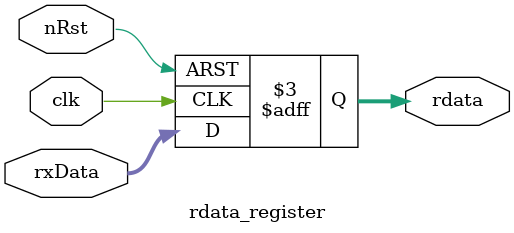
<source format=sv>
module rdata_register (
	input wire clk,
	input wire nRst,
	input wire [31:0] rxData,
	output reg [31:0] rdata
);

// RDATA Register
always_ff @(posedge clk, negedge nRst) begin
	if (nRst == 1'b0) begin
		rdata <= '0;
	end else begin
		rdata <= rxData;
	end
end

endmodule

</source>
